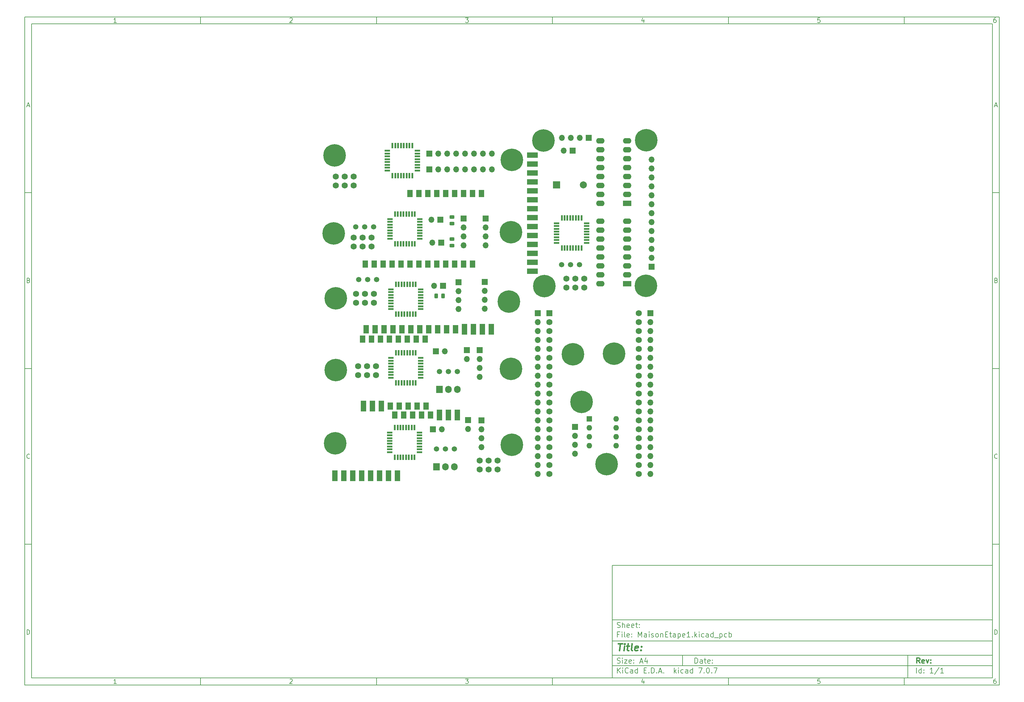
<source format=gts>
%TF.GenerationSoftware,KiCad,Pcbnew,7.0.7*%
%TF.CreationDate,2023-11-05T18:49:29-05:00*%
%TF.ProjectId,MaisonEtape1,4d616973-6f6e-4457-9461-7065312e6b69,rev?*%
%TF.SameCoordinates,Original*%
%TF.FileFunction,Soldermask,Top*%
%TF.FilePolarity,Negative*%
%FSLAX46Y46*%
G04 Gerber Fmt 4.6, Leading zero omitted, Abs format (unit mm)*
G04 Created by KiCad (PCBNEW 7.0.7) date 2023-11-05 18:49:29*
%MOMM*%
%LPD*%
G01*
G04 APERTURE LIST*
G04 Aperture macros list*
%AMRoundRect*
0 Rectangle with rounded corners*
0 $1 Rounding radius*
0 $2 $3 $4 $5 $6 $7 $8 $9 X,Y pos of 4 corners*
0 Add a 4 corners polygon primitive as box body*
4,1,4,$2,$3,$4,$5,$6,$7,$8,$9,$2,$3,0*
0 Add four circle primitives for the rounded corners*
1,1,$1+$1,$2,$3*
1,1,$1+$1,$4,$5*
1,1,$1+$1,$6,$7*
1,1,$1+$1,$8,$9*
0 Add four rect primitives between the rounded corners*
20,1,$1+$1,$2,$3,$4,$5,0*
20,1,$1+$1,$4,$5,$6,$7,0*
20,1,$1+$1,$6,$7,$8,$9,0*
20,1,$1+$1,$8,$9,$2,$3,0*%
%AMFreePoly0*
4,1,5,0.762000,-1.524000,-0.762000,-1.524000,-0.762000,1.524000,0.762000,1.524000,0.762000,-1.524000,0.762000,-1.524000,$1*%
%AMFreePoly1*
4,1,5,0.762000,-1.200000,-0.762000,-1.200000,-0.762000,1.200000,0.762000,1.200000,0.762000,-1.200000,0.762000,-1.200000,$1*%
%AMFreePoly2*
4,1,5,0.762000,-1.050000,-0.762000,-1.050000,-0.762000,1.050000,0.762000,1.050000,0.762000,-1.050000,0.762000,-1.050000,$1*%
%AMFreePoly3*
4,1,5,0.762000,-1.000000,-0.762000,-1.000000,-0.762000,1.000000,0.762000,1.000000,0.762000,-1.000000,0.762000,-1.000000,$1*%
G04 Aperture macros list end*
%ADD10C,0.100000*%
%ADD11C,0.150000*%
%ADD12C,0.300000*%
%ADD13C,0.400000*%
%ADD14C,6.400000*%
%ADD15RoundRect,0.243750X-0.456250X0.243750X-0.456250X-0.243750X0.456250X-0.243750X0.456250X0.243750X0*%
%ADD16FreePoly0,180.000000*%
%ADD17FreePoly1,180.000000*%
%ADD18R,1.700000X1.700000*%
%ADD19O,1.700000X1.700000*%
%ADD20C,1.750000*%
%ADD21C,0.800000*%
%ADD22FreePoly0,0.000000*%
%ADD23FreePoly2,0.000000*%
%ADD24R,2.000000X2.000000*%
%ADD25C,2.000000*%
%ADD26R,2.400000X1.600000*%
%ADD27O,2.400000X1.600000*%
%ADD28RoundRect,0.102000X-0.765000X-0.765000X0.765000X-0.765000X0.765000X0.765000X-0.765000X0.765000X0*%
%ADD29C,1.734000*%
%ADD30R,0.550000X1.600000*%
%ADD31R,1.600000X0.550000*%
%ADD32FreePoly3,0.000000*%
%ADD33C,1.500000*%
%ADD34R,1.905000X2.000000*%
%ADD35O,1.905000X2.000000*%
%ADD36FreePoly0,270.000000*%
%ADD37O,1.600000X1.600000*%
%ADD38R,1.600000X1.600000*%
%ADD39RoundRect,0.243750X-0.243750X-0.456250X0.243750X-0.456250X0.243750X0.456250X-0.243750X0.456250X0*%
G04 APERTURE END LIST*
D10*
D11*
X177002200Y-166007200D02*
X285002200Y-166007200D01*
X285002200Y-198007200D01*
X177002200Y-198007200D01*
X177002200Y-166007200D01*
D10*
D11*
X10000000Y-10000000D02*
X287002200Y-10000000D01*
X287002200Y-200007200D01*
X10000000Y-200007200D01*
X10000000Y-10000000D01*
D10*
D11*
X12000000Y-12000000D02*
X285002200Y-12000000D01*
X285002200Y-198007200D01*
X12000000Y-198007200D01*
X12000000Y-12000000D01*
D10*
D11*
X60000000Y-12000000D02*
X60000000Y-10000000D01*
D10*
D11*
X110000000Y-12000000D02*
X110000000Y-10000000D01*
D10*
D11*
X160000000Y-12000000D02*
X160000000Y-10000000D01*
D10*
D11*
X210000000Y-12000000D02*
X210000000Y-10000000D01*
D10*
D11*
X260000000Y-12000000D02*
X260000000Y-10000000D01*
D10*
D11*
X36089160Y-11593604D02*
X35346303Y-11593604D01*
X35717731Y-11593604D02*
X35717731Y-10293604D01*
X35717731Y-10293604D02*
X35593922Y-10479319D01*
X35593922Y-10479319D02*
X35470112Y-10603128D01*
X35470112Y-10603128D02*
X35346303Y-10665033D01*
D10*
D11*
X85346303Y-10417414D02*
X85408207Y-10355509D01*
X85408207Y-10355509D02*
X85532017Y-10293604D01*
X85532017Y-10293604D02*
X85841541Y-10293604D01*
X85841541Y-10293604D02*
X85965350Y-10355509D01*
X85965350Y-10355509D02*
X86027255Y-10417414D01*
X86027255Y-10417414D02*
X86089160Y-10541223D01*
X86089160Y-10541223D02*
X86089160Y-10665033D01*
X86089160Y-10665033D02*
X86027255Y-10850747D01*
X86027255Y-10850747D02*
X85284398Y-11593604D01*
X85284398Y-11593604D02*
X86089160Y-11593604D01*
D10*
D11*
X135284398Y-10293604D02*
X136089160Y-10293604D01*
X136089160Y-10293604D02*
X135655826Y-10788842D01*
X135655826Y-10788842D02*
X135841541Y-10788842D01*
X135841541Y-10788842D02*
X135965350Y-10850747D01*
X135965350Y-10850747D02*
X136027255Y-10912652D01*
X136027255Y-10912652D02*
X136089160Y-11036461D01*
X136089160Y-11036461D02*
X136089160Y-11345985D01*
X136089160Y-11345985D02*
X136027255Y-11469795D01*
X136027255Y-11469795D02*
X135965350Y-11531700D01*
X135965350Y-11531700D02*
X135841541Y-11593604D01*
X135841541Y-11593604D02*
X135470112Y-11593604D01*
X135470112Y-11593604D02*
X135346303Y-11531700D01*
X135346303Y-11531700D02*
X135284398Y-11469795D01*
D10*
D11*
X185965350Y-10726938D02*
X185965350Y-11593604D01*
X185655826Y-10231700D02*
X185346303Y-11160271D01*
X185346303Y-11160271D02*
X186151064Y-11160271D01*
D10*
D11*
X236027255Y-10293604D02*
X235408207Y-10293604D01*
X235408207Y-10293604D02*
X235346303Y-10912652D01*
X235346303Y-10912652D02*
X235408207Y-10850747D01*
X235408207Y-10850747D02*
X235532017Y-10788842D01*
X235532017Y-10788842D02*
X235841541Y-10788842D01*
X235841541Y-10788842D02*
X235965350Y-10850747D01*
X235965350Y-10850747D02*
X236027255Y-10912652D01*
X236027255Y-10912652D02*
X236089160Y-11036461D01*
X236089160Y-11036461D02*
X236089160Y-11345985D01*
X236089160Y-11345985D02*
X236027255Y-11469795D01*
X236027255Y-11469795D02*
X235965350Y-11531700D01*
X235965350Y-11531700D02*
X235841541Y-11593604D01*
X235841541Y-11593604D02*
X235532017Y-11593604D01*
X235532017Y-11593604D02*
X235408207Y-11531700D01*
X235408207Y-11531700D02*
X235346303Y-11469795D01*
D10*
D11*
X285965350Y-10293604D02*
X285717731Y-10293604D01*
X285717731Y-10293604D02*
X285593922Y-10355509D01*
X285593922Y-10355509D02*
X285532017Y-10417414D01*
X285532017Y-10417414D02*
X285408207Y-10603128D01*
X285408207Y-10603128D02*
X285346303Y-10850747D01*
X285346303Y-10850747D02*
X285346303Y-11345985D01*
X285346303Y-11345985D02*
X285408207Y-11469795D01*
X285408207Y-11469795D02*
X285470112Y-11531700D01*
X285470112Y-11531700D02*
X285593922Y-11593604D01*
X285593922Y-11593604D02*
X285841541Y-11593604D01*
X285841541Y-11593604D02*
X285965350Y-11531700D01*
X285965350Y-11531700D02*
X286027255Y-11469795D01*
X286027255Y-11469795D02*
X286089160Y-11345985D01*
X286089160Y-11345985D02*
X286089160Y-11036461D01*
X286089160Y-11036461D02*
X286027255Y-10912652D01*
X286027255Y-10912652D02*
X285965350Y-10850747D01*
X285965350Y-10850747D02*
X285841541Y-10788842D01*
X285841541Y-10788842D02*
X285593922Y-10788842D01*
X285593922Y-10788842D02*
X285470112Y-10850747D01*
X285470112Y-10850747D02*
X285408207Y-10912652D01*
X285408207Y-10912652D02*
X285346303Y-11036461D01*
D10*
D11*
X60000000Y-198007200D02*
X60000000Y-200007200D01*
D10*
D11*
X110000000Y-198007200D02*
X110000000Y-200007200D01*
D10*
D11*
X160000000Y-198007200D02*
X160000000Y-200007200D01*
D10*
D11*
X210000000Y-198007200D02*
X210000000Y-200007200D01*
D10*
D11*
X260000000Y-198007200D02*
X260000000Y-200007200D01*
D10*
D11*
X36089160Y-199600804D02*
X35346303Y-199600804D01*
X35717731Y-199600804D02*
X35717731Y-198300804D01*
X35717731Y-198300804D02*
X35593922Y-198486519D01*
X35593922Y-198486519D02*
X35470112Y-198610328D01*
X35470112Y-198610328D02*
X35346303Y-198672233D01*
D10*
D11*
X85346303Y-198424614D02*
X85408207Y-198362709D01*
X85408207Y-198362709D02*
X85532017Y-198300804D01*
X85532017Y-198300804D02*
X85841541Y-198300804D01*
X85841541Y-198300804D02*
X85965350Y-198362709D01*
X85965350Y-198362709D02*
X86027255Y-198424614D01*
X86027255Y-198424614D02*
X86089160Y-198548423D01*
X86089160Y-198548423D02*
X86089160Y-198672233D01*
X86089160Y-198672233D02*
X86027255Y-198857947D01*
X86027255Y-198857947D02*
X85284398Y-199600804D01*
X85284398Y-199600804D02*
X86089160Y-199600804D01*
D10*
D11*
X135284398Y-198300804D02*
X136089160Y-198300804D01*
X136089160Y-198300804D02*
X135655826Y-198796042D01*
X135655826Y-198796042D02*
X135841541Y-198796042D01*
X135841541Y-198796042D02*
X135965350Y-198857947D01*
X135965350Y-198857947D02*
X136027255Y-198919852D01*
X136027255Y-198919852D02*
X136089160Y-199043661D01*
X136089160Y-199043661D02*
X136089160Y-199353185D01*
X136089160Y-199353185D02*
X136027255Y-199476995D01*
X136027255Y-199476995D02*
X135965350Y-199538900D01*
X135965350Y-199538900D02*
X135841541Y-199600804D01*
X135841541Y-199600804D02*
X135470112Y-199600804D01*
X135470112Y-199600804D02*
X135346303Y-199538900D01*
X135346303Y-199538900D02*
X135284398Y-199476995D01*
D10*
D11*
X185965350Y-198734138D02*
X185965350Y-199600804D01*
X185655826Y-198238900D02*
X185346303Y-199167471D01*
X185346303Y-199167471D02*
X186151064Y-199167471D01*
D10*
D11*
X236027255Y-198300804D02*
X235408207Y-198300804D01*
X235408207Y-198300804D02*
X235346303Y-198919852D01*
X235346303Y-198919852D02*
X235408207Y-198857947D01*
X235408207Y-198857947D02*
X235532017Y-198796042D01*
X235532017Y-198796042D02*
X235841541Y-198796042D01*
X235841541Y-198796042D02*
X235965350Y-198857947D01*
X235965350Y-198857947D02*
X236027255Y-198919852D01*
X236027255Y-198919852D02*
X236089160Y-199043661D01*
X236089160Y-199043661D02*
X236089160Y-199353185D01*
X236089160Y-199353185D02*
X236027255Y-199476995D01*
X236027255Y-199476995D02*
X235965350Y-199538900D01*
X235965350Y-199538900D02*
X235841541Y-199600804D01*
X235841541Y-199600804D02*
X235532017Y-199600804D01*
X235532017Y-199600804D02*
X235408207Y-199538900D01*
X235408207Y-199538900D02*
X235346303Y-199476995D01*
D10*
D11*
X285965350Y-198300804D02*
X285717731Y-198300804D01*
X285717731Y-198300804D02*
X285593922Y-198362709D01*
X285593922Y-198362709D02*
X285532017Y-198424614D01*
X285532017Y-198424614D02*
X285408207Y-198610328D01*
X285408207Y-198610328D02*
X285346303Y-198857947D01*
X285346303Y-198857947D02*
X285346303Y-199353185D01*
X285346303Y-199353185D02*
X285408207Y-199476995D01*
X285408207Y-199476995D02*
X285470112Y-199538900D01*
X285470112Y-199538900D02*
X285593922Y-199600804D01*
X285593922Y-199600804D02*
X285841541Y-199600804D01*
X285841541Y-199600804D02*
X285965350Y-199538900D01*
X285965350Y-199538900D02*
X286027255Y-199476995D01*
X286027255Y-199476995D02*
X286089160Y-199353185D01*
X286089160Y-199353185D02*
X286089160Y-199043661D01*
X286089160Y-199043661D02*
X286027255Y-198919852D01*
X286027255Y-198919852D02*
X285965350Y-198857947D01*
X285965350Y-198857947D02*
X285841541Y-198796042D01*
X285841541Y-198796042D02*
X285593922Y-198796042D01*
X285593922Y-198796042D02*
X285470112Y-198857947D01*
X285470112Y-198857947D02*
X285408207Y-198919852D01*
X285408207Y-198919852D02*
X285346303Y-199043661D01*
D10*
D11*
X10000000Y-60000000D02*
X12000000Y-60000000D01*
D10*
D11*
X10000000Y-110000000D02*
X12000000Y-110000000D01*
D10*
D11*
X10000000Y-160000000D02*
X12000000Y-160000000D01*
D10*
D11*
X10690476Y-35222176D02*
X11309523Y-35222176D01*
X10566666Y-35593604D02*
X10999999Y-34293604D01*
X10999999Y-34293604D02*
X11433333Y-35593604D01*
D10*
D11*
X11092857Y-84912652D02*
X11278571Y-84974557D01*
X11278571Y-84974557D02*
X11340476Y-85036461D01*
X11340476Y-85036461D02*
X11402380Y-85160271D01*
X11402380Y-85160271D02*
X11402380Y-85345985D01*
X11402380Y-85345985D02*
X11340476Y-85469795D01*
X11340476Y-85469795D02*
X11278571Y-85531700D01*
X11278571Y-85531700D02*
X11154761Y-85593604D01*
X11154761Y-85593604D02*
X10659523Y-85593604D01*
X10659523Y-85593604D02*
X10659523Y-84293604D01*
X10659523Y-84293604D02*
X11092857Y-84293604D01*
X11092857Y-84293604D02*
X11216666Y-84355509D01*
X11216666Y-84355509D02*
X11278571Y-84417414D01*
X11278571Y-84417414D02*
X11340476Y-84541223D01*
X11340476Y-84541223D02*
X11340476Y-84665033D01*
X11340476Y-84665033D02*
X11278571Y-84788842D01*
X11278571Y-84788842D02*
X11216666Y-84850747D01*
X11216666Y-84850747D02*
X11092857Y-84912652D01*
X11092857Y-84912652D02*
X10659523Y-84912652D01*
D10*
D11*
X11402380Y-135469795D02*
X11340476Y-135531700D01*
X11340476Y-135531700D02*
X11154761Y-135593604D01*
X11154761Y-135593604D02*
X11030952Y-135593604D01*
X11030952Y-135593604D02*
X10845238Y-135531700D01*
X10845238Y-135531700D02*
X10721428Y-135407890D01*
X10721428Y-135407890D02*
X10659523Y-135284080D01*
X10659523Y-135284080D02*
X10597619Y-135036461D01*
X10597619Y-135036461D02*
X10597619Y-134850747D01*
X10597619Y-134850747D02*
X10659523Y-134603128D01*
X10659523Y-134603128D02*
X10721428Y-134479319D01*
X10721428Y-134479319D02*
X10845238Y-134355509D01*
X10845238Y-134355509D02*
X11030952Y-134293604D01*
X11030952Y-134293604D02*
X11154761Y-134293604D01*
X11154761Y-134293604D02*
X11340476Y-134355509D01*
X11340476Y-134355509D02*
X11402380Y-134417414D01*
D10*
D11*
X10659523Y-185593604D02*
X10659523Y-184293604D01*
X10659523Y-184293604D02*
X10969047Y-184293604D01*
X10969047Y-184293604D02*
X11154761Y-184355509D01*
X11154761Y-184355509D02*
X11278571Y-184479319D01*
X11278571Y-184479319D02*
X11340476Y-184603128D01*
X11340476Y-184603128D02*
X11402380Y-184850747D01*
X11402380Y-184850747D02*
X11402380Y-185036461D01*
X11402380Y-185036461D02*
X11340476Y-185284080D01*
X11340476Y-185284080D02*
X11278571Y-185407890D01*
X11278571Y-185407890D02*
X11154761Y-185531700D01*
X11154761Y-185531700D02*
X10969047Y-185593604D01*
X10969047Y-185593604D02*
X10659523Y-185593604D01*
D10*
D11*
X287002200Y-60000000D02*
X285002200Y-60000000D01*
D10*
D11*
X287002200Y-110000000D02*
X285002200Y-110000000D01*
D10*
D11*
X287002200Y-160000000D02*
X285002200Y-160000000D01*
D10*
D11*
X285692676Y-35222176D02*
X286311723Y-35222176D01*
X285568866Y-35593604D02*
X286002199Y-34293604D01*
X286002199Y-34293604D02*
X286435533Y-35593604D01*
D10*
D11*
X286095057Y-84912652D02*
X286280771Y-84974557D01*
X286280771Y-84974557D02*
X286342676Y-85036461D01*
X286342676Y-85036461D02*
X286404580Y-85160271D01*
X286404580Y-85160271D02*
X286404580Y-85345985D01*
X286404580Y-85345985D02*
X286342676Y-85469795D01*
X286342676Y-85469795D02*
X286280771Y-85531700D01*
X286280771Y-85531700D02*
X286156961Y-85593604D01*
X286156961Y-85593604D02*
X285661723Y-85593604D01*
X285661723Y-85593604D02*
X285661723Y-84293604D01*
X285661723Y-84293604D02*
X286095057Y-84293604D01*
X286095057Y-84293604D02*
X286218866Y-84355509D01*
X286218866Y-84355509D02*
X286280771Y-84417414D01*
X286280771Y-84417414D02*
X286342676Y-84541223D01*
X286342676Y-84541223D02*
X286342676Y-84665033D01*
X286342676Y-84665033D02*
X286280771Y-84788842D01*
X286280771Y-84788842D02*
X286218866Y-84850747D01*
X286218866Y-84850747D02*
X286095057Y-84912652D01*
X286095057Y-84912652D02*
X285661723Y-84912652D01*
D10*
D11*
X286404580Y-135469795D02*
X286342676Y-135531700D01*
X286342676Y-135531700D02*
X286156961Y-135593604D01*
X286156961Y-135593604D02*
X286033152Y-135593604D01*
X286033152Y-135593604D02*
X285847438Y-135531700D01*
X285847438Y-135531700D02*
X285723628Y-135407890D01*
X285723628Y-135407890D02*
X285661723Y-135284080D01*
X285661723Y-135284080D02*
X285599819Y-135036461D01*
X285599819Y-135036461D02*
X285599819Y-134850747D01*
X285599819Y-134850747D02*
X285661723Y-134603128D01*
X285661723Y-134603128D02*
X285723628Y-134479319D01*
X285723628Y-134479319D02*
X285847438Y-134355509D01*
X285847438Y-134355509D02*
X286033152Y-134293604D01*
X286033152Y-134293604D02*
X286156961Y-134293604D01*
X286156961Y-134293604D02*
X286342676Y-134355509D01*
X286342676Y-134355509D02*
X286404580Y-134417414D01*
D10*
D11*
X285661723Y-185593604D02*
X285661723Y-184293604D01*
X285661723Y-184293604D02*
X285971247Y-184293604D01*
X285971247Y-184293604D02*
X286156961Y-184355509D01*
X286156961Y-184355509D02*
X286280771Y-184479319D01*
X286280771Y-184479319D02*
X286342676Y-184603128D01*
X286342676Y-184603128D02*
X286404580Y-184850747D01*
X286404580Y-184850747D02*
X286404580Y-185036461D01*
X286404580Y-185036461D02*
X286342676Y-185284080D01*
X286342676Y-185284080D02*
X286280771Y-185407890D01*
X286280771Y-185407890D02*
X286156961Y-185531700D01*
X286156961Y-185531700D02*
X285971247Y-185593604D01*
X285971247Y-185593604D02*
X285661723Y-185593604D01*
D10*
D11*
X200458026Y-193793328D02*
X200458026Y-192293328D01*
X200458026Y-192293328D02*
X200815169Y-192293328D01*
X200815169Y-192293328D02*
X201029455Y-192364757D01*
X201029455Y-192364757D02*
X201172312Y-192507614D01*
X201172312Y-192507614D02*
X201243741Y-192650471D01*
X201243741Y-192650471D02*
X201315169Y-192936185D01*
X201315169Y-192936185D02*
X201315169Y-193150471D01*
X201315169Y-193150471D02*
X201243741Y-193436185D01*
X201243741Y-193436185D02*
X201172312Y-193579042D01*
X201172312Y-193579042D02*
X201029455Y-193721900D01*
X201029455Y-193721900D02*
X200815169Y-193793328D01*
X200815169Y-193793328D02*
X200458026Y-193793328D01*
X202600884Y-193793328D02*
X202600884Y-193007614D01*
X202600884Y-193007614D02*
X202529455Y-192864757D01*
X202529455Y-192864757D02*
X202386598Y-192793328D01*
X202386598Y-192793328D02*
X202100884Y-192793328D01*
X202100884Y-192793328D02*
X201958026Y-192864757D01*
X202600884Y-193721900D02*
X202458026Y-193793328D01*
X202458026Y-193793328D02*
X202100884Y-193793328D01*
X202100884Y-193793328D02*
X201958026Y-193721900D01*
X201958026Y-193721900D02*
X201886598Y-193579042D01*
X201886598Y-193579042D02*
X201886598Y-193436185D01*
X201886598Y-193436185D02*
X201958026Y-193293328D01*
X201958026Y-193293328D02*
X202100884Y-193221900D01*
X202100884Y-193221900D02*
X202458026Y-193221900D01*
X202458026Y-193221900D02*
X202600884Y-193150471D01*
X203100884Y-192793328D02*
X203672312Y-192793328D01*
X203315169Y-192293328D02*
X203315169Y-193579042D01*
X203315169Y-193579042D02*
X203386598Y-193721900D01*
X203386598Y-193721900D02*
X203529455Y-193793328D01*
X203529455Y-193793328D02*
X203672312Y-193793328D01*
X204743741Y-193721900D02*
X204600884Y-193793328D01*
X204600884Y-193793328D02*
X204315170Y-193793328D01*
X204315170Y-193793328D02*
X204172312Y-193721900D01*
X204172312Y-193721900D02*
X204100884Y-193579042D01*
X204100884Y-193579042D02*
X204100884Y-193007614D01*
X204100884Y-193007614D02*
X204172312Y-192864757D01*
X204172312Y-192864757D02*
X204315170Y-192793328D01*
X204315170Y-192793328D02*
X204600884Y-192793328D01*
X204600884Y-192793328D02*
X204743741Y-192864757D01*
X204743741Y-192864757D02*
X204815170Y-193007614D01*
X204815170Y-193007614D02*
X204815170Y-193150471D01*
X204815170Y-193150471D02*
X204100884Y-193293328D01*
X205458026Y-193650471D02*
X205529455Y-193721900D01*
X205529455Y-193721900D02*
X205458026Y-193793328D01*
X205458026Y-193793328D02*
X205386598Y-193721900D01*
X205386598Y-193721900D02*
X205458026Y-193650471D01*
X205458026Y-193650471D02*
X205458026Y-193793328D01*
X205458026Y-192864757D02*
X205529455Y-192936185D01*
X205529455Y-192936185D02*
X205458026Y-193007614D01*
X205458026Y-193007614D02*
X205386598Y-192936185D01*
X205386598Y-192936185D02*
X205458026Y-192864757D01*
X205458026Y-192864757D02*
X205458026Y-193007614D01*
D10*
D11*
X177002200Y-194507200D02*
X285002200Y-194507200D01*
D10*
D11*
X178458026Y-196593328D02*
X178458026Y-195093328D01*
X179315169Y-196593328D02*
X178672312Y-195736185D01*
X179315169Y-195093328D02*
X178458026Y-195950471D01*
X179958026Y-196593328D02*
X179958026Y-195593328D01*
X179958026Y-195093328D02*
X179886598Y-195164757D01*
X179886598Y-195164757D02*
X179958026Y-195236185D01*
X179958026Y-195236185D02*
X180029455Y-195164757D01*
X180029455Y-195164757D02*
X179958026Y-195093328D01*
X179958026Y-195093328D02*
X179958026Y-195236185D01*
X181529455Y-196450471D02*
X181458027Y-196521900D01*
X181458027Y-196521900D02*
X181243741Y-196593328D01*
X181243741Y-196593328D02*
X181100884Y-196593328D01*
X181100884Y-196593328D02*
X180886598Y-196521900D01*
X180886598Y-196521900D02*
X180743741Y-196379042D01*
X180743741Y-196379042D02*
X180672312Y-196236185D01*
X180672312Y-196236185D02*
X180600884Y-195950471D01*
X180600884Y-195950471D02*
X180600884Y-195736185D01*
X180600884Y-195736185D02*
X180672312Y-195450471D01*
X180672312Y-195450471D02*
X180743741Y-195307614D01*
X180743741Y-195307614D02*
X180886598Y-195164757D01*
X180886598Y-195164757D02*
X181100884Y-195093328D01*
X181100884Y-195093328D02*
X181243741Y-195093328D01*
X181243741Y-195093328D02*
X181458027Y-195164757D01*
X181458027Y-195164757D02*
X181529455Y-195236185D01*
X182815170Y-196593328D02*
X182815170Y-195807614D01*
X182815170Y-195807614D02*
X182743741Y-195664757D01*
X182743741Y-195664757D02*
X182600884Y-195593328D01*
X182600884Y-195593328D02*
X182315170Y-195593328D01*
X182315170Y-195593328D02*
X182172312Y-195664757D01*
X182815170Y-196521900D02*
X182672312Y-196593328D01*
X182672312Y-196593328D02*
X182315170Y-196593328D01*
X182315170Y-196593328D02*
X182172312Y-196521900D01*
X182172312Y-196521900D02*
X182100884Y-196379042D01*
X182100884Y-196379042D02*
X182100884Y-196236185D01*
X182100884Y-196236185D02*
X182172312Y-196093328D01*
X182172312Y-196093328D02*
X182315170Y-196021900D01*
X182315170Y-196021900D02*
X182672312Y-196021900D01*
X182672312Y-196021900D02*
X182815170Y-195950471D01*
X184172313Y-196593328D02*
X184172313Y-195093328D01*
X184172313Y-196521900D02*
X184029455Y-196593328D01*
X184029455Y-196593328D02*
X183743741Y-196593328D01*
X183743741Y-196593328D02*
X183600884Y-196521900D01*
X183600884Y-196521900D02*
X183529455Y-196450471D01*
X183529455Y-196450471D02*
X183458027Y-196307614D01*
X183458027Y-196307614D02*
X183458027Y-195879042D01*
X183458027Y-195879042D02*
X183529455Y-195736185D01*
X183529455Y-195736185D02*
X183600884Y-195664757D01*
X183600884Y-195664757D02*
X183743741Y-195593328D01*
X183743741Y-195593328D02*
X184029455Y-195593328D01*
X184029455Y-195593328D02*
X184172313Y-195664757D01*
X186029455Y-195807614D02*
X186529455Y-195807614D01*
X186743741Y-196593328D02*
X186029455Y-196593328D01*
X186029455Y-196593328D02*
X186029455Y-195093328D01*
X186029455Y-195093328D02*
X186743741Y-195093328D01*
X187386598Y-196450471D02*
X187458027Y-196521900D01*
X187458027Y-196521900D02*
X187386598Y-196593328D01*
X187386598Y-196593328D02*
X187315170Y-196521900D01*
X187315170Y-196521900D02*
X187386598Y-196450471D01*
X187386598Y-196450471D02*
X187386598Y-196593328D01*
X188100884Y-196593328D02*
X188100884Y-195093328D01*
X188100884Y-195093328D02*
X188458027Y-195093328D01*
X188458027Y-195093328D02*
X188672313Y-195164757D01*
X188672313Y-195164757D02*
X188815170Y-195307614D01*
X188815170Y-195307614D02*
X188886599Y-195450471D01*
X188886599Y-195450471D02*
X188958027Y-195736185D01*
X188958027Y-195736185D02*
X188958027Y-195950471D01*
X188958027Y-195950471D02*
X188886599Y-196236185D01*
X188886599Y-196236185D02*
X188815170Y-196379042D01*
X188815170Y-196379042D02*
X188672313Y-196521900D01*
X188672313Y-196521900D02*
X188458027Y-196593328D01*
X188458027Y-196593328D02*
X188100884Y-196593328D01*
X189600884Y-196450471D02*
X189672313Y-196521900D01*
X189672313Y-196521900D02*
X189600884Y-196593328D01*
X189600884Y-196593328D02*
X189529456Y-196521900D01*
X189529456Y-196521900D02*
X189600884Y-196450471D01*
X189600884Y-196450471D02*
X189600884Y-196593328D01*
X190243742Y-196164757D02*
X190958028Y-196164757D01*
X190100885Y-196593328D02*
X190600885Y-195093328D01*
X190600885Y-195093328D02*
X191100885Y-196593328D01*
X191600884Y-196450471D02*
X191672313Y-196521900D01*
X191672313Y-196521900D02*
X191600884Y-196593328D01*
X191600884Y-196593328D02*
X191529456Y-196521900D01*
X191529456Y-196521900D02*
X191600884Y-196450471D01*
X191600884Y-196450471D02*
X191600884Y-196593328D01*
X194600884Y-196593328D02*
X194600884Y-195093328D01*
X194743742Y-196021900D02*
X195172313Y-196593328D01*
X195172313Y-195593328D02*
X194600884Y-196164757D01*
X195815170Y-196593328D02*
X195815170Y-195593328D01*
X195815170Y-195093328D02*
X195743742Y-195164757D01*
X195743742Y-195164757D02*
X195815170Y-195236185D01*
X195815170Y-195236185D02*
X195886599Y-195164757D01*
X195886599Y-195164757D02*
X195815170Y-195093328D01*
X195815170Y-195093328D02*
X195815170Y-195236185D01*
X197172314Y-196521900D02*
X197029456Y-196593328D01*
X197029456Y-196593328D02*
X196743742Y-196593328D01*
X196743742Y-196593328D02*
X196600885Y-196521900D01*
X196600885Y-196521900D02*
X196529456Y-196450471D01*
X196529456Y-196450471D02*
X196458028Y-196307614D01*
X196458028Y-196307614D02*
X196458028Y-195879042D01*
X196458028Y-195879042D02*
X196529456Y-195736185D01*
X196529456Y-195736185D02*
X196600885Y-195664757D01*
X196600885Y-195664757D02*
X196743742Y-195593328D01*
X196743742Y-195593328D02*
X197029456Y-195593328D01*
X197029456Y-195593328D02*
X197172314Y-195664757D01*
X198458028Y-196593328D02*
X198458028Y-195807614D01*
X198458028Y-195807614D02*
X198386599Y-195664757D01*
X198386599Y-195664757D02*
X198243742Y-195593328D01*
X198243742Y-195593328D02*
X197958028Y-195593328D01*
X197958028Y-195593328D02*
X197815170Y-195664757D01*
X198458028Y-196521900D02*
X198315170Y-196593328D01*
X198315170Y-196593328D02*
X197958028Y-196593328D01*
X197958028Y-196593328D02*
X197815170Y-196521900D01*
X197815170Y-196521900D02*
X197743742Y-196379042D01*
X197743742Y-196379042D02*
X197743742Y-196236185D01*
X197743742Y-196236185D02*
X197815170Y-196093328D01*
X197815170Y-196093328D02*
X197958028Y-196021900D01*
X197958028Y-196021900D02*
X198315170Y-196021900D01*
X198315170Y-196021900D02*
X198458028Y-195950471D01*
X199815171Y-196593328D02*
X199815171Y-195093328D01*
X199815171Y-196521900D02*
X199672313Y-196593328D01*
X199672313Y-196593328D02*
X199386599Y-196593328D01*
X199386599Y-196593328D02*
X199243742Y-196521900D01*
X199243742Y-196521900D02*
X199172313Y-196450471D01*
X199172313Y-196450471D02*
X199100885Y-196307614D01*
X199100885Y-196307614D02*
X199100885Y-195879042D01*
X199100885Y-195879042D02*
X199172313Y-195736185D01*
X199172313Y-195736185D02*
X199243742Y-195664757D01*
X199243742Y-195664757D02*
X199386599Y-195593328D01*
X199386599Y-195593328D02*
X199672313Y-195593328D01*
X199672313Y-195593328D02*
X199815171Y-195664757D01*
X201529456Y-195093328D02*
X202529456Y-195093328D01*
X202529456Y-195093328D02*
X201886599Y-196593328D01*
X203100884Y-196450471D02*
X203172313Y-196521900D01*
X203172313Y-196521900D02*
X203100884Y-196593328D01*
X203100884Y-196593328D02*
X203029456Y-196521900D01*
X203029456Y-196521900D02*
X203100884Y-196450471D01*
X203100884Y-196450471D02*
X203100884Y-196593328D01*
X204100885Y-195093328D02*
X204243742Y-195093328D01*
X204243742Y-195093328D02*
X204386599Y-195164757D01*
X204386599Y-195164757D02*
X204458028Y-195236185D01*
X204458028Y-195236185D02*
X204529456Y-195379042D01*
X204529456Y-195379042D02*
X204600885Y-195664757D01*
X204600885Y-195664757D02*
X204600885Y-196021900D01*
X204600885Y-196021900D02*
X204529456Y-196307614D01*
X204529456Y-196307614D02*
X204458028Y-196450471D01*
X204458028Y-196450471D02*
X204386599Y-196521900D01*
X204386599Y-196521900D02*
X204243742Y-196593328D01*
X204243742Y-196593328D02*
X204100885Y-196593328D01*
X204100885Y-196593328D02*
X203958028Y-196521900D01*
X203958028Y-196521900D02*
X203886599Y-196450471D01*
X203886599Y-196450471D02*
X203815170Y-196307614D01*
X203815170Y-196307614D02*
X203743742Y-196021900D01*
X203743742Y-196021900D02*
X203743742Y-195664757D01*
X203743742Y-195664757D02*
X203815170Y-195379042D01*
X203815170Y-195379042D02*
X203886599Y-195236185D01*
X203886599Y-195236185D02*
X203958028Y-195164757D01*
X203958028Y-195164757D02*
X204100885Y-195093328D01*
X205243741Y-196450471D02*
X205315170Y-196521900D01*
X205315170Y-196521900D02*
X205243741Y-196593328D01*
X205243741Y-196593328D02*
X205172313Y-196521900D01*
X205172313Y-196521900D02*
X205243741Y-196450471D01*
X205243741Y-196450471D02*
X205243741Y-196593328D01*
X205815170Y-195093328D02*
X206815170Y-195093328D01*
X206815170Y-195093328D02*
X206172313Y-196593328D01*
D10*
D11*
X177002200Y-191507200D02*
X285002200Y-191507200D01*
D10*
D12*
X264413853Y-193785528D02*
X263913853Y-193071242D01*
X263556710Y-193785528D02*
X263556710Y-192285528D01*
X263556710Y-192285528D02*
X264128139Y-192285528D01*
X264128139Y-192285528D02*
X264270996Y-192356957D01*
X264270996Y-192356957D02*
X264342425Y-192428385D01*
X264342425Y-192428385D02*
X264413853Y-192571242D01*
X264413853Y-192571242D02*
X264413853Y-192785528D01*
X264413853Y-192785528D02*
X264342425Y-192928385D01*
X264342425Y-192928385D02*
X264270996Y-192999814D01*
X264270996Y-192999814D02*
X264128139Y-193071242D01*
X264128139Y-193071242D02*
X263556710Y-193071242D01*
X265628139Y-193714100D02*
X265485282Y-193785528D01*
X265485282Y-193785528D02*
X265199568Y-193785528D01*
X265199568Y-193785528D02*
X265056710Y-193714100D01*
X265056710Y-193714100D02*
X264985282Y-193571242D01*
X264985282Y-193571242D02*
X264985282Y-192999814D01*
X264985282Y-192999814D02*
X265056710Y-192856957D01*
X265056710Y-192856957D02*
X265199568Y-192785528D01*
X265199568Y-192785528D02*
X265485282Y-192785528D01*
X265485282Y-192785528D02*
X265628139Y-192856957D01*
X265628139Y-192856957D02*
X265699568Y-192999814D01*
X265699568Y-192999814D02*
X265699568Y-193142671D01*
X265699568Y-193142671D02*
X264985282Y-193285528D01*
X266199567Y-192785528D02*
X266556710Y-193785528D01*
X266556710Y-193785528D02*
X266913853Y-192785528D01*
X267485281Y-193642671D02*
X267556710Y-193714100D01*
X267556710Y-193714100D02*
X267485281Y-193785528D01*
X267485281Y-193785528D02*
X267413853Y-193714100D01*
X267413853Y-193714100D02*
X267485281Y-193642671D01*
X267485281Y-193642671D02*
X267485281Y-193785528D01*
X267485281Y-192856957D02*
X267556710Y-192928385D01*
X267556710Y-192928385D02*
X267485281Y-192999814D01*
X267485281Y-192999814D02*
X267413853Y-192928385D01*
X267413853Y-192928385D02*
X267485281Y-192856957D01*
X267485281Y-192856957D02*
X267485281Y-192999814D01*
D10*
D11*
X178386598Y-193721900D02*
X178600884Y-193793328D01*
X178600884Y-193793328D02*
X178958026Y-193793328D01*
X178958026Y-193793328D02*
X179100884Y-193721900D01*
X179100884Y-193721900D02*
X179172312Y-193650471D01*
X179172312Y-193650471D02*
X179243741Y-193507614D01*
X179243741Y-193507614D02*
X179243741Y-193364757D01*
X179243741Y-193364757D02*
X179172312Y-193221900D01*
X179172312Y-193221900D02*
X179100884Y-193150471D01*
X179100884Y-193150471D02*
X178958026Y-193079042D01*
X178958026Y-193079042D02*
X178672312Y-193007614D01*
X178672312Y-193007614D02*
X178529455Y-192936185D01*
X178529455Y-192936185D02*
X178458026Y-192864757D01*
X178458026Y-192864757D02*
X178386598Y-192721900D01*
X178386598Y-192721900D02*
X178386598Y-192579042D01*
X178386598Y-192579042D02*
X178458026Y-192436185D01*
X178458026Y-192436185D02*
X178529455Y-192364757D01*
X178529455Y-192364757D02*
X178672312Y-192293328D01*
X178672312Y-192293328D02*
X179029455Y-192293328D01*
X179029455Y-192293328D02*
X179243741Y-192364757D01*
X179886597Y-193793328D02*
X179886597Y-192793328D01*
X179886597Y-192293328D02*
X179815169Y-192364757D01*
X179815169Y-192364757D02*
X179886597Y-192436185D01*
X179886597Y-192436185D02*
X179958026Y-192364757D01*
X179958026Y-192364757D02*
X179886597Y-192293328D01*
X179886597Y-192293328D02*
X179886597Y-192436185D01*
X180458026Y-192793328D02*
X181243741Y-192793328D01*
X181243741Y-192793328D02*
X180458026Y-193793328D01*
X180458026Y-193793328D02*
X181243741Y-193793328D01*
X182386598Y-193721900D02*
X182243741Y-193793328D01*
X182243741Y-193793328D02*
X181958027Y-193793328D01*
X181958027Y-193793328D02*
X181815169Y-193721900D01*
X181815169Y-193721900D02*
X181743741Y-193579042D01*
X181743741Y-193579042D02*
X181743741Y-193007614D01*
X181743741Y-193007614D02*
X181815169Y-192864757D01*
X181815169Y-192864757D02*
X181958027Y-192793328D01*
X181958027Y-192793328D02*
X182243741Y-192793328D01*
X182243741Y-192793328D02*
X182386598Y-192864757D01*
X182386598Y-192864757D02*
X182458027Y-193007614D01*
X182458027Y-193007614D02*
X182458027Y-193150471D01*
X182458027Y-193150471D02*
X181743741Y-193293328D01*
X183100883Y-193650471D02*
X183172312Y-193721900D01*
X183172312Y-193721900D02*
X183100883Y-193793328D01*
X183100883Y-193793328D02*
X183029455Y-193721900D01*
X183029455Y-193721900D02*
X183100883Y-193650471D01*
X183100883Y-193650471D02*
X183100883Y-193793328D01*
X183100883Y-192864757D02*
X183172312Y-192936185D01*
X183172312Y-192936185D02*
X183100883Y-193007614D01*
X183100883Y-193007614D02*
X183029455Y-192936185D01*
X183029455Y-192936185D02*
X183100883Y-192864757D01*
X183100883Y-192864757D02*
X183100883Y-193007614D01*
X184886598Y-193364757D02*
X185600884Y-193364757D01*
X184743741Y-193793328D02*
X185243741Y-192293328D01*
X185243741Y-192293328D02*
X185743741Y-193793328D01*
X186886598Y-192793328D02*
X186886598Y-193793328D01*
X186529455Y-192221900D02*
X186172312Y-193293328D01*
X186172312Y-193293328D02*
X187100883Y-193293328D01*
D10*
D11*
X263458026Y-196593328D02*
X263458026Y-195093328D01*
X264815170Y-196593328D02*
X264815170Y-195093328D01*
X264815170Y-196521900D02*
X264672312Y-196593328D01*
X264672312Y-196593328D02*
X264386598Y-196593328D01*
X264386598Y-196593328D02*
X264243741Y-196521900D01*
X264243741Y-196521900D02*
X264172312Y-196450471D01*
X264172312Y-196450471D02*
X264100884Y-196307614D01*
X264100884Y-196307614D02*
X264100884Y-195879042D01*
X264100884Y-195879042D02*
X264172312Y-195736185D01*
X264172312Y-195736185D02*
X264243741Y-195664757D01*
X264243741Y-195664757D02*
X264386598Y-195593328D01*
X264386598Y-195593328D02*
X264672312Y-195593328D01*
X264672312Y-195593328D02*
X264815170Y-195664757D01*
X265529455Y-196450471D02*
X265600884Y-196521900D01*
X265600884Y-196521900D02*
X265529455Y-196593328D01*
X265529455Y-196593328D02*
X265458027Y-196521900D01*
X265458027Y-196521900D02*
X265529455Y-196450471D01*
X265529455Y-196450471D02*
X265529455Y-196593328D01*
X265529455Y-195664757D02*
X265600884Y-195736185D01*
X265600884Y-195736185D02*
X265529455Y-195807614D01*
X265529455Y-195807614D02*
X265458027Y-195736185D01*
X265458027Y-195736185D02*
X265529455Y-195664757D01*
X265529455Y-195664757D02*
X265529455Y-195807614D01*
X268172313Y-196593328D02*
X267315170Y-196593328D01*
X267743741Y-196593328D02*
X267743741Y-195093328D01*
X267743741Y-195093328D02*
X267600884Y-195307614D01*
X267600884Y-195307614D02*
X267458027Y-195450471D01*
X267458027Y-195450471D02*
X267315170Y-195521900D01*
X269886598Y-195021900D02*
X268600884Y-196950471D01*
X271172313Y-196593328D02*
X270315170Y-196593328D01*
X270743741Y-196593328D02*
X270743741Y-195093328D01*
X270743741Y-195093328D02*
X270600884Y-195307614D01*
X270600884Y-195307614D02*
X270458027Y-195450471D01*
X270458027Y-195450471D02*
X270315170Y-195521900D01*
D10*
D11*
X177002200Y-187507200D02*
X285002200Y-187507200D01*
D10*
D13*
X178693928Y-188211638D02*
X179836785Y-188211638D01*
X179015357Y-190211638D02*
X179265357Y-188211638D01*
X180253452Y-190211638D02*
X180420119Y-188878304D01*
X180503452Y-188211638D02*
X180396309Y-188306876D01*
X180396309Y-188306876D02*
X180479643Y-188402114D01*
X180479643Y-188402114D02*
X180586786Y-188306876D01*
X180586786Y-188306876D02*
X180503452Y-188211638D01*
X180503452Y-188211638D02*
X180479643Y-188402114D01*
X181086786Y-188878304D02*
X181848690Y-188878304D01*
X181455833Y-188211638D02*
X181241548Y-189925923D01*
X181241548Y-189925923D02*
X181312976Y-190116400D01*
X181312976Y-190116400D02*
X181491548Y-190211638D01*
X181491548Y-190211638D02*
X181682024Y-190211638D01*
X182634405Y-190211638D02*
X182455833Y-190116400D01*
X182455833Y-190116400D02*
X182384405Y-189925923D01*
X182384405Y-189925923D02*
X182598690Y-188211638D01*
X184170119Y-190116400D02*
X183967738Y-190211638D01*
X183967738Y-190211638D02*
X183586785Y-190211638D01*
X183586785Y-190211638D02*
X183408214Y-190116400D01*
X183408214Y-190116400D02*
X183336785Y-189925923D01*
X183336785Y-189925923D02*
X183432024Y-189164019D01*
X183432024Y-189164019D02*
X183551071Y-188973542D01*
X183551071Y-188973542D02*
X183753452Y-188878304D01*
X183753452Y-188878304D02*
X184134404Y-188878304D01*
X184134404Y-188878304D02*
X184312976Y-188973542D01*
X184312976Y-188973542D02*
X184384404Y-189164019D01*
X184384404Y-189164019D02*
X184360595Y-189354495D01*
X184360595Y-189354495D02*
X183384404Y-189544971D01*
X185134405Y-190021161D02*
X185217738Y-190116400D01*
X185217738Y-190116400D02*
X185110595Y-190211638D01*
X185110595Y-190211638D02*
X185027262Y-190116400D01*
X185027262Y-190116400D02*
X185134405Y-190021161D01*
X185134405Y-190021161D02*
X185110595Y-190211638D01*
X185265357Y-188973542D02*
X185348690Y-189068780D01*
X185348690Y-189068780D02*
X185241548Y-189164019D01*
X185241548Y-189164019D02*
X185158214Y-189068780D01*
X185158214Y-189068780D02*
X185265357Y-188973542D01*
X185265357Y-188973542D02*
X185241548Y-189164019D01*
D10*
D11*
X178958026Y-185607614D02*
X178458026Y-185607614D01*
X178458026Y-186393328D02*
X178458026Y-184893328D01*
X178458026Y-184893328D02*
X179172312Y-184893328D01*
X179743740Y-186393328D02*
X179743740Y-185393328D01*
X179743740Y-184893328D02*
X179672312Y-184964757D01*
X179672312Y-184964757D02*
X179743740Y-185036185D01*
X179743740Y-185036185D02*
X179815169Y-184964757D01*
X179815169Y-184964757D02*
X179743740Y-184893328D01*
X179743740Y-184893328D02*
X179743740Y-185036185D01*
X180672312Y-186393328D02*
X180529455Y-186321900D01*
X180529455Y-186321900D02*
X180458026Y-186179042D01*
X180458026Y-186179042D02*
X180458026Y-184893328D01*
X181815169Y-186321900D02*
X181672312Y-186393328D01*
X181672312Y-186393328D02*
X181386598Y-186393328D01*
X181386598Y-186393328D02*
X181243740Y-186321900D01*
X181243740Y-186321900D02*
X181172312Y-186179042D01*
X181172312Y-186179042D02*
X181172312Y-185607614D01*
X181172312Y-185607614D02*
X181243740Y-185464757D01*
X181243740Y-185464757D02*
X181386598Y-185393328D01*
X181386598Y-185393328D02*
X181672312Y-185393328D01*
X181672312Y-185393328D02*
X181815169Y-185464757D01*
X181815169Y-185464757D02*
X181886598Y-185607614D01*
X181886598Y-185607614D02*
X181886598Y-185750471D01*
X181886598Y-185750471D02*
X181172312Y-185893328D01*
X182529454Y-186250471D02*
X182600883Y-186321900D01*
X182600883Y-186321900D02*
X182529454Y-186393328D01*
X182529454Y-186393328D02*
X182458026Y-186321900D01*
X182458026Y-186321900D02*
X182529454Y-186250471D01*
X182529454Y-186250471D02*
X182529454Y-186393328D01*
X182529454Y-185464757D02*
X182600883Y-185536185D01*
X182600883Y-185536185D02*
X182529454Y-185607614D01*
X182529454Y-185607614D02*
X182458026Y-185536185D01*
X182458026Y-185536185D02*
X182529454Y-185464757D01*
X182529454Y-185464757D02*
X182529454Y-185607614D01*
X184386597Y-186393328D02*
X184386597Y-184893328D01*
X184386597Y-184893328D02*
X184886597Y-185964757D01*
X184886597Y-185964757D02*
X185386597Y-184893328D01*
X185386597Y-184893328D02*
X185386597Y-186393328D01*
X186743741Y-186393328D02*
X186743741Y-185607614D01*
X186743741Y-185607614D02*
X186672312Y-185464757D01*
X186672312Y-185464757D02*
X186529455Y-185393328D01*
X186529455Y-185393328D02*
X186243741Y-185393328D01*
X186243741Y-185393328D02*
X186100883Y-185464757D01*
X186743741Y-186321900D02*
X186600883Y-186393328D01*
X186600883Y-186393328D02*
X186243741Y-186393328D01*
X186243741Y-186393328D02*
X186100883Y-186321900D01*
X186100883Y-186321900D02*
X186029455Y-186179042D01*
X186029455Y-186179042D02*
X186029455Y-186036185D01*
X186029455Y-186036185D02*
X186100883Y-185893328D01*
X186100883Y-185893328D02*
X186243741Y-185821900D01*
X186243741Y-185821900D02*
X186600883Y-185821900D01*
X186600883Y-185821900D02*
X186743741Y-185750471D01*
X187458026Y-186393328D02*
X187458026Y-185393328D01*
X187458026Y-184893328D02*
X187386598Y-184964757D01*
X187386598Y-184964757D02*
X187458026Y-185036185D01*
X187458026Y-185036185D02*
X187529455Y-184964757D01*
X187529455Y-184964757D02*
X187458026Y-184893328D01*
X187458026Y-184893328D02*
X187458026Y-185036185D01*
X188100884Y-186321900D02*
X188243741Y-186393328D01*
X188243741Y-186393328D02*
X188529455Y-186393328D01*
X188529455Y-186393328D02*
X188672312Y-186321900D01*
X188672312Y-186321900D02*
X188743741Y-186179042D01*
X188743741Y-186179042D02*
X188743741Y-186107614D01*
X188743741Y-186107614D02*
X188672312Y-185964757D01*
X188672312Y-185964757D02*
X188529455Y-185893328D01*
X188529455Y-185893328D02*
X188315170Y-185893328D01*
X188315170Y-185893328D02*
X188172312Y-185821900D01*
X188172312Y-185821900D02*
X188100884Y-185679042D01*
X188100884Y-185679042D02*
X188100884Y-185607614D01*
X188100884Y-185607614D02*
X188172312Y-185464757D01*
X188172312Y-185464757D02*
X188315170Y-185393328D01*
X188315170Y-185393328D02*
X188529455Y-185393328D01*
X188529455Y-185393328D02*
X188672312Y-185464757D01*
X189600884Y-186393328D02*
X189458027Y-186321900D01*
X189458027Y-186321900D02*
X189386598Y-186250471D01*
X189386598Y-186250471D02*
X189315170Y-186107614D01*
X189315170Y-186107614D02*
X189315170Y-185679042D01*
X189315170Y-185679042D02*
X189386598Y-185536185D01*
X189386598Y-185536185D02*
X189458027Y-185464757D01*
X189458027Y-185464757D02*
X189600884Y-185393328D01*
X189600884Y-185393328D02*
X189815170Y-185393328D01*
X189815170Y-185393328D02*
X189958027Y-185464757D01*
X189958027Y-185464757D02*
X190029456Y-185536185D01*
X190029456Y-185536185D02*
X190100884Y-185679042D01*
X190100884Y-185679042D02*
X190100884Y-186107614D01*
X190100884Y-186107614D02*
X190029456Y-186250471D01*
X190029456Y-186250471D02*
X189958027Y-186321900D01*
X189958027Y-186321900D02*
X189815170Y-186393328D01*
X189815170Y-186393328D02*
X189600884Y-186393328D01*
X190743741Y-185393328D02*
X190743741Y-186393328D01*
X190743741Y-185536185D02*
X190815170Y-185464757D01*
X190815170Y-185464757D02*
X190958027Y-185393328D01*
X190958027Y-185393328D02*
X191172313Y-185393328D01*
X191172313Y-185393328D02*
X191315170Y-185464757D01*
X191315170Y-185464757D02*
X191386599Y-185607614D01*
X191386599Y-185607614D02*
X191386599Y-186393328D01*
X192100884Y-185607614D02*
X192600884Y-185607614D01*
X192815170Y-186393328D02*
X192100884Y-186393328D01*
X192100884Y-186393328D02*
X192100884Y-184893328D01*
X192100884Y-184893328D02*
X192815170Y-184893328D01*
X193243742Y-185393328D02*
X193815170Y-185393328D01*
X193458027Y-184893328D02*
X193458027Y-186179042D01*
X193458027Y-186179042D02*
X193529456Y-186321900D01*
X193529456Y-186321900D02*
X193672313Y-186393328D01*
X193672313Y-186393328D02*
X193815170Y-186393328D01*
X194958028Y-186393328D02*
X194958028Y-185607614D01*
X194958028Y-185607614D02*
X194886599Y-185464757D01*
X194886599Y-185464757D02*
X194743742Y-185393328D01*
X194743742Y-185393328D02*
X194458028Y-185393328D01*
X194458028Y-185393328D02*
X194315170Y-185464757D01*
X194958028Y-186321900D02*
X194815170Y-186393328D01*
X194815170Y-186393328D02*
X194458028Y-186393328D01*
X194458028Y-186393328D02*
X194315170Y-186321900D01*
X194315170Y-186321900D02*
X194243742Y-186179042D01*
X194243742Y-186179042D02*
X194243742Y-186036185D01*
X194243742Y-186036185D02*
X194315170Y-185893328D01*
X194315170Y-185893328D02*
X194458028Y-185821900D01*
X194458028Y-185821900D02*
X194815170Y-185821900D01*
X194815170Y-185821900D02*
X194958028Y-185750471D01*
X195672313Y-185393328D02*
X195672313Y-186893328D01*
X195672313Y-185464757D02*
X195815171Y-185393328D01*
X195815171Y-185393328D02*
X196100885Y-185393328D01*
X196100885Y-185393328D02*
X196243742Y-185464757D01*
X196243742Y-185464757D02*
X196315171Y-185536185D01*
X196315171Y-185536185D02*
X196386599Y-185679042D01*
X196386599Y-185679042D02*
X196386599Y-186107614D01*
X196386599Y-186107614D02*
X196315171Y-186250471D01*
X196315171Y-186250471D02*
X196243742Y-186321900D01*
X196243742Y-186321900D02*
X196100885Y-186393328D01*
X196100885Y-186393328D02*
X195815171Y-186393328D01*
X195815171Y-186393328D02*
X195672313Y-186321900D01*
X197600885Y-186321900D02*
X197458028Y-186393328D01*
X197458028Y-186393328D02*
X197172314Y-186393328D01*
X197172314Y-186393328D02*
X197029456Y-186321900D01*
X197029456Y-186321900D02*
X196958028Y-186179042D01*
X196958028Y-186179042D02*
X196958028Y-185607614D01*
X196958028Y-185607614D02*
X197029456Y-185464757D01*
X197029456Y-185464757D02*
X197172314Y-185393328D01*
X197172314Y-185393328D02*
X197458028Y-185393328D01*
X197458028Y-185393328D02*
X197600885Y-185464757D01*
X197600885Y-185464757D02*
X197672314Y-185607614D01*
X197672314Y-185607614D02*
X197672314Y-185750471D01*
X197672314Y-185750471D02*
X196958028Y-185893328D01*
X199100885Y-186393328D02*
X198243742Y-186393328D01*
X198672313Y-186393328D02*
X198672313Y-184893328D01*
X198672313Y-184893328D02*
X198529456Y-185107614D01*
X198529456Y-185107614D02*
X198386599Y-185250471D01*
X198386599Y-185250471D02*
X198243742Y-185321900D01*
X199743741Y-186250471D02*
X199815170Y-186321900D01*
X199815170Y-186321900D02*
X199743741Y-186393328D01*
X199743741Y-186393328D02*
X199672313Y-186321900D01*
X199672313Y-186321900D02*
X199743741Y-186250471D01*
X199743741Y-186250471D02*
X199743741Y-186393328D01*
X200458027Y-186393328D02*
X200458027Y-184893328D01*
X200600885Y-185821900D02*
X201029456Y-186393328D01*
X201029456Y-185393328D02*
X200458027Y-185964757D01*
X201672313Y-186393328D02*
X201672313Y-185393328D01*
X201672313Y-184893328D02*
X201600885Y-184964757D01*
X201600885Y-184964757D02*
X201672313Y-185036185D01*
X201672313Y-185036185D02*
X201743742Y-184964757D01*
X201743742Y-184964757D02*
X201672313Y-184893328D01*
X201672313Y-184893328D02*
X201672313Y-185036185D01*
X203029457Y-186321900D02*
X202886599Y-186393328D01*
X202886599Y-186393328D02*
X202600885Y-186393328D01*
X202600885Y-186393328D02*
X202458028Y-186321900D01*
X202458028Y-186321900D02*
X202386599Y-186250471D01*
X202386599Y-186250471D02*
X202315171Y-186107614D01*
X202315171Y-186107614D02*
X202315171Y-185679042D01*
X202315171Y-185679042D02*
X202386599Y-185536185D01*
X202386599Y-185536185D02*
X202458028Y-185464757D01*
X202458028Y-185464757D02*
X202600885Y-185393328D01*
X202600885Y-185393328D02*
X202886599Y-185393328D01*
X202886599Y-185393328D02*
X203029457Y-185464757D01*
X204315171Y-186393328D02*
X204315171Y-185607614D01*
X204315171Y-185607614D02*
X204243742Y-185464757D01*
X204243742Y-185464757D02*
X204100885Y-185393328D01*
X204100885Y-185393328D02*
X203815171Y-185393328D01*
X203815171Y-185393328D02*
X203672313Y-185464757D01*
X204315171Y-186321900D02*
X204172313Y-186393328D01*
X204172313Y-186393328D02*
X203815171Y-186393328D01*
X203815171Y-186393328D02*
X203672313Y-186321900D01*
X203672313Y-186321900D02*
X203600885Y-186179042D01*
X203600885Y-186179042D02*
X203600885Y-186036185D01*
X203600885Y-186036185D02*
X203672313Y-185893328D01*
X203672313Y-185893328D02*
X203815171Y-185821900D01*
X203815171Y-185821900D02*
X204172313Y-185821900D01*
X204172313Y-185821900D02*
X204315171Y-185750471D01*
X205672314Y-186393328D02*
X205672314Y-184893328D01*
X205672314Y-186321900D02*
X205529456Y-186393328D01*
X205529456Y-186393328D02*
X205243742Y-186393328D01*
X205243742Y-186393328D02*
X205100885Y-186321900D01*
X205100885Y-186321900D02*
X205029456Y-186250471D01*
X205029456Y-186250471D02*
X204958028Y-186107614D01*
X204958028Y-186107614D02*
X204958028Y-185679042D01*
X204958028Y-185679042D02*
X205029456Y-185536185D01*
X205029456Y-185536185D02*
X205100885Y-185464757D01*
X205100885Y-185464757D02*
X205243742Y-185393328D01*
X205243742Y-185393328D02*
X205529456Y-185393328D01*
X205529456Y-185393328D02*
X205672314Y-185464757D01*
X206029457Y-186536185D02*
X207172314Y-186536185D01*
X207529456Y-185393328D02*
X207529456Y-186893328D01*
X207529456Y-185464757D02*
X207672314Y-185393328D01*
X207672314Y-185393328D02*
X207958028Y-185393328D01*
X207958028Y-185393328D02*
X208100885Y-185464757D01*
X208100885Y-185464757D02*
X208172314Y-185536185D01*
X208172314Y-185536185D02*
X208243742Y-185679042D01*
X208243742Y-185679042D02*
X208243742Y-186107614D01*
X208243742Y-186107614D02*
X208172314Y-186250471D01*
X208172314Y-186250471D02*
X208100885Y-186321900D01*
X208100885Y-186321900D02*
X207958028Y-186393328D01*
X207958028Y-186393328D02*
X207672314Y-186393328D01*
X207672314Y-186393328D02*
X207529456Y-186321900D01*
X209529457Y-186321900D02*
X209386599Y-186393328D01*
X209386599Y-186393328D02*
X209100885Y-186393328D01*
X209100885Y-186393328D02*
X208958028Y-186321900D01*
X208958028Y-186321900D02*
X208886599Y-186250471D01*
X208886599Y-186250471D02*
X208815171Y-186107614D01*
X208815171Y-186107614D02*
X208815171Y-185679042D01*
X208815171Y-185679042D02*
X208886599Y-185536185D01*
X208886599Y-185536185D02*
X208958028Y-185464757D01*
X208958028Y-185464757D02*
X209100885Y-185393328D01*
X209100885Y-185393328D02*
X209386599Y-185393328D01*
X209386599Y-185393328D02*
X209529457Y-185464757D01*
X210172313Y-186393328D02*
X210172313Y-184893328D01*
X210172313Y-185464757D02*
X210315171Y-185393328D01*
X210315171Y-185393328D02*
X210600885Y-185393328D01*
X210600885Y-185393328D02*
X210743742Y-185464757D01*
X210743742Y-185464757D02*
X210815171Y-185536185D01*
X210815171Y-185536185D02*
X210886599Y-185679042D01*
X210886599Y-185679042D02*
X210886599Y-186107614D01*
X210886599Y-186107614D02*
X210815171Y-186250471D01*
X210815171Y-186250471D02*
X210743742Y-186321900D01*
X210743742Y-186321900D02*
X210600885Y-186393328D01*
X210600885Y-186393328D02*
X210315171Y-186393328D01*
X210315171Y-186393328D02*
X210172313Y-186321900D01*
D10*
D11*
X177002200Y-181507200D02*
X285002200Y-181507200D01*
D10*
D11*
X178386598Y-183621900D02*
X178600884Y-183693328D01*
X178600884Y-183693328D02*
X178958026Y-183693328D01*
X178958026Y-183693328D02*
X179100884Y-183621900D01*
X179100884Y-183621900D02*
X179172312Y-183550471D01*
X179172312Y-183550471D02*
X179243741Y-183407614D01*
X179243741Y-183407614D02*
X179243741Y-183264757D01*
X179243741Y-183264757D02*
X179172312Y-183121900D01*
X179172312Y-183121900D02*
X179100884Y-183050471D01*
X179100884Y-183050471D02*
X178958026Y-182979042D01*
X178958026Y-182979042D02*
X178672312Y-182907614D01*
X178672312Y-182907614D02*
X178529455Y-182836185D01*
X178529455Y-182836185D02*
X178458026Y-182764757D01*
X178458026Y-182764757D02*
X178386598Y-182621900D01*
X178386598Y-182621900D02*
X178386598Y-182479042D01*
X178386598Y-182479042D02*
X178458026Y-182336185D01*
X178458026Y-182336185D02*
X178529455Y-182264757D01*
X178529455Y-182264757D02*
X178672312Y-182193328D01*
X178672312Y-182193328D02*
X179029455Y-182193328D01*
X179029455Y-182193328D02*
X179243741Y-182264757D01*
X179886597Y-183693328D02*
X179886597Y-182193328D01*
X180529455Y-183693328D02*
X180529455Y-182907614D01*
X180529455Y-182907614D02*
X180458026Y-182764757D01*
X180458026Y-182764757D02*
X180315169Y-182693328D01*
X180315169Y-182693328D02*
X180100883Y-182693328D01*
X180100883Y-182693328D02*
X179958026Y-182764757D01*
X179958026Y-182764757D02*
X179886597Y-182836185D01*
X181815169Y-183621900D02*
X181672312Y-183693328D01*
X181672312Y-183693328D02*
X181386598Y-183693328D01*
X181386598Y-183693328D02*
X181243740Y-183621900D01*
X181243740Y-183621900D02*
X181172312Y-183479042D01*
X181172312Y-183479042D02*
X181172312Y-182907614D01*
X181172312Y-182907614D02*
X181243740Y-182764757D01*
X181243740Y-182764757D02*
X181386598Y-182693328D01*
X181386598Y-182693328D02*
X181672312Y-182693328D01*
X181672312Y-182693328D02*
X181815169Y-182764757D01*
X181815169Y-182764757D02*
X181886598Y-182907614D01*
X181886598Y-182907614D02*
X181886598Y-183050471D01*
X181886598Y-183050471D02*
X181172312Y-183193328D01*
X183100883Y-183621900D02*
X182958026Y-183693328D01*
X182958026Y-183693328D02*
X182672312Y-183693328D01*
X182672312Y-183693328D02*
X182529454Y-183621900D01*
X182529454Y-183621900D02*
X182458026Y-183479042D01*
X182458026Y-183479042D02*
X182458026Y-182907614D01*
X182458026Y-182907614D02*
X182529454Y-182764757D01*
X182529454Y-182764757D02*
X182672312Y-182693328D01*
X182672312Y-182693328D02*
X182958026Y-182693328D01*
X182958026Y-182693328D02*
X183100883Y-182764757D01*
X183100883Y-182764757D02*
X183172312Y-182907614D01*
X183172312Y-182907614D02*
X183172312Y-183050471D01*
X183172312Y-183050471D02*
X182458026Y-183193328D01*
X183600883Y-182693328D02*
X184172311Y-182693328D01*
X183815168Y-182193328D02*
X183815168Y-183479042D01*
X183815168Y-183479042D02*
X183886597Y-183621900D01*
X183886597Y-183621900D02*
X184029454Y-183693328D01*
X184029454Y-183693328D02*
X184172311Y-183693328D01*
X184672311Y-183550471D02*
X184743740Y-183621900D01*
X184743740Y-183621900D02*
X184672311Y-183693328D01*
X184672311Y-183693328D02*
X184600883Y-183621900D01*
X184600883Y-183621900D02*
X184672311Y-183550471D01*
X184672311Y-183550471D02*
X184672311Y-183693328D01*
X184672311Y-182764757D02*
X184743740Y-182836185D01*
X184743740Y-182836185D02*
X184672311Y-182907614D01*
X184672311Y-182907614D02*
X184600883Y-182836185D01*
X184600883Y-182836185D02*
X184672311Y-182764757D01*
X184672311Y-182764757D02*
X184672311Y-182907614D01*
D10*
D12*
D10*
D11*
D10*
D11*
D10*
D11*
D10*
D11*
D10*
D11*
X197002200Y-191507200D02*
X197002200Y-194507200D01*
D10*
D11*
X261002200Y-191507200D02*
X261002200Y-198007200D01*
D14*
%TO.C,*%
X177520600Y-105816400D03*
%TD*%
%TO.C,*%
X165836600Y-105968800D03*
%TD*%
D15*
%TO.C,Window_1*%
X131445000Y-66880500D03*
X131445000Y-68755500D03*
%TD*%
D16*
%TO.C,U2_XT1*%
X142621000Y-98806000D03*
X140081000Y-98806000D03*
X137541000Y-98806000D03*
X135001000Y-98806000D03*
D17*
X132461000Y-98806000D03*
X129921000Y-98806000D03*
X127381000Y-98806000D03*
X124841000Y-98806000D03*
X122301000Y-98806000D03*
X119761000Y-98806000D03*
X117221000Y-98806000D03*
X114681000Y-98806000D03*
X112141000Y-98806000D03*
X109601000Y-98806000D03*
X107061000Y-98806000D03*
%TD*%
D18*
%TO.C,J_U2A1*%
X140750600Y-85410400D03*
D19*
X140750600Y-87950400D03*
X140750600Y-90490400D03*
X140750600Y-93030400D03*
%TD*%
D15*
%TO.C,Window_2*%
X131445000Y-73152000D03*
X131445000Y-75027000D03*
%TD*%
D18*
%TO.C,J14*%
X125027100Y-48895000D03*
D19*
X127567100Y-48895000D03*
X130107100Y-48895000D03*
X132647100Y-48895000D03*
X135187100Y-48895000D03*
X137727100Y-48895000D03*
X140267100Y-48895000D03*
X142807100Y-48895000D03*
%TD*%
D20*
%TO.C,J3*%
X104775000Y-111900000D03*
X104775000Y-109360000D03*
X107315000Y-111900000D03*
X107315000Y-109360000D03*
X109855000Y-111900000D03*
X109855000Y-109360000D03*
%TD*%
D18*
%TO.C,U5_PW1*%
X165735000Y-48006000D03*
D19*
X163195000Y-48006000D03*
%TD*%
D21*
%TO.C,MH15*%
X184163000Y-86461600D03*
X184865944Y-84764544D03*
X184865944Y-88158656D03*
X186563000Y-84061600D03*
D14*
X186563000Y-86461600D03*
D21*
X186563000Y-88861600D03*
X188260056Y-84764544D03*
X188260056Y-88158656D03*
X188963000Y-86461600D03*
%TD*%
D18*
%TO.C,J_SPI_4*%
X139827000Y-124714000D03*
D19*
X139827000Y-127254000D03*
X139827000Y-129794000D03*
X139827000Y-132334000D03*
%TD*%
D18*
%TO.C,J6*%
X187833000Y-94234000D03*
D19*
X187833000Y-96774000D03*
X187833000Y-99314000D03*
X187833000Y-101854000D03*
X187833000Y-104394000D03*
X187833000Y-106934000D03*
X187833000Y-109474000D03*
X187833000Y-112014000D03*
X187833000Y-114554000D03*
X187833000Y-117094000D03*
X187833000Y-119634000D03*
X187833000Y-122174000D03*
X187833000Y-124714000D03*
X187833000Y-127254000D03*
X187833000Y-129794000D03*
X187833000Y-132334000D03*
X187833000Y-134874000D03*
X187833000Y-137414000D03*
X187833000Y-139954000D03*
%TD*%
D22*
%TO.C,U4_XT_L1*%
X98171000Y-140462000D03*
X100711000Y-140462000D03*
X103251000Y-140462000D03*
X105791000Y-140462000D03*
X108331000Y-140462000D03*
X110871000Y-140462000D03*
X113411000Y-140462000D03*
X115951000Y-140462000D03*
%TD*%
D20*
%TO.C,J4*%
X139319000Y-138684000D03*
X139319000Y-136144000D03*
X141859000Y-138684000D03*
X141859000Y-136144000D03*
X144399000Y-138684000D03*
X144399000Y-136144000D03*
%TD*%
D18*
%TO.C,U4_PW1*%
X136017000Y-124699000D03*
D19*
X136017000Y-127239000D03*
%TD*%
D21*
%TO.C,MH12*%
X155287900Y-86533100D03*
X155990844Y-84836044D03*
X155990844Y-88230156D03*
X157687900Y-84133100D03*
D14*
X157687900Y-86533100D03*
D21*
X157687900Y-88933100D03*
X159384956Y-84836044D03*
X159384956Y-88230156D03*
X160087900Y-86533100D03*
%TD*%
D22*
%TO.C,U3_XT_R1*%
X106299000Y-120650000D03*
X108839000Y-120650000D03*
X111379000Y-120650000D03*
D23*
X113919000Y-120650000D03*
X116459000Y-120650000D03*
X118999000Y-120650000D03*
X121539000Y-120650000D03*
X124079000Y-120650000D03*
%TD*%
D24*
%TO.C,BZ1*%
X161183000Y-57810400D03*
D25*
X168783000Y-57810400D03*
%TD*%
D26*
%TO.C,U7*%
X181178200Y-85902800D03*
D27*
X181178200Y-83362800D03*
X181178200Y-80822800D03*
X181178200Y-78282800D03*
X181178200Y-75742800D03*
X181178200Y-73202800D03*
X181178200Y-70662800D03*
X181178200Y-68122800D03*
X173558200Y-68122800D03*
X173558200Y-70662800D03*
X173558200Y-73202800D03*
X173558200Y-75742800D03*
X173558200Y-78282800D03*
X173558200Y-80822800D03*
X173558200Y-83362800D03*
X173558200Y-85902800D03*
%TD*%
D21*
%TO.C,MH4*%
X184213800Y-45072000D03*
X184916744Y-43374944D03*
X184916744Y-46769056D03*
X186613800Y-42672000D03*
D14*
X186613800Y-45072000D03*
D21*
X186613800Y-47472000D03*
X188310856Y-43374944D03*
X188310856Y-46769056D03*
X189013800Y-45072000D03*
%TD*%
D28*
%TO.C,ESP32*%
X159131000Y-94234000D03*
D29*
X159131000Y-96774000D03*
X159131000Y-99314000D03*
X159131000Y-101854000D03*
X159131000Y-104394000D03*
X159131000Y-106934000D03*
X159131000Y-109474000D03*
X159131000Y-112014000D03*
X159131000Y-114554000D03*
X159131000Y-117094000D03*
X159131000Y-119634000D03*
X159131000Y-122174000D03*
X159131000Y-124714000D03*
X159131000Y-127254000D03*
X159131000Y-129794000D03*
X159131000Y-132334000D03*
X159131000Y-134874000D03*
X159131000Y-137414000D03*
X159131000Y-139954000D03*
X184531000Y-139954000D03*
X184531000Y-137414000D03*
X184531000Y-134874000D03*
X184531000Y-132334000D03*
X184531000Y-129794000D03*
X184531000Y-127254000D03*
X184531000Y-124714000D03*
X184531000Y-122174000D03*
X184531000Y-119634000D03*
X184531000Y-117094000D03*
X184531000Y-114554000D03*
X184531000Y-112014000D03*
X184531000Y-109474000D03*
X184531000Y-106934000D03*
X184531000Y-104394000D03*
X184531000Y-101854000D03*
X184531000Y-99314000D03*
X184531000Y-96774000D03*
X184531000Y-94234000D03*
%TD*%
D30*
%TO.C,U1*%
X120853000Y-66040000D03*
X120053000Y-66040000D03*
X119253000Y-66040000D03*
X118453000Y-66040000D03*
X117653000Y-66040000D03*
X116853000Y-66040000D03*
X116053000Y-66040000D03*
X115253000Y-66040000D03*
D31*
X113803000Y-67490000D03*
X113803000Y-68290000D03*
X113803000Y-69090000D03*
X113803000Y-69890000D03*
X113803000Y-70690000D03*
X113803000Y-71490000D03*
X113803000Y-72290000D03*
X113803000Y-73090000D03*
D30*
X115253000Y-74540000D03*
X116053000Y-74540000D03*
X116853000Y-74540000D03*
X117653000Y-74540000D03*
X118453000Y-74540000D03*
X119253000Y-74540000D03*
X120053000Y-74540000D03*
X120853000Y-74540000D03*
D31*
X122303000Y-73090000D03*
X122303000Y-72290000D03*
X122303000Y-71490000D03*
X122303000Y-70690000D03*
X122303000Y-69890000D03*
X122303000Y-69090000D03*
X122303000Y-68290000D03*
X122303000Y-67490000D03*
%TD*%
D26*
%TO.C,U6*%
X181178200Y-63042800D03*
D27*
X181178200Y-60502800D03*
X181178200Y-57962800D03*
X181178200Y-55422800D03*
X181178200Y-52882800D03*
X181178200Y-50342800D03*
X181178200Y-47802800D03*
X181178200Y-45262800D03*
X173558200Y-45262800D03*
X173558200Y-47802800D03*
X173558200Y-50342800D03*
X173558200Y-52882800D03*
X173558200Y-55422800D03*
X173558200Y-57962800D03*
X173558200Y-60502800D03*
X173558200Y-63042800D03*
%TD*%
D32*
%TO.C,LT_XT1*%
X119507000Y-60198000D03*
X122047000Y-60198000D03*
X124587000Y-60198000D03*
X127127000Y-60198000D03*
X129667000Y-60198000D03*
X132207000Y-60198000D03*
X134747000Y-60198000D03*
X137287000Y-60198000D03*
X139827000Y-60198000D03*
%TD*%
%TO.C,U3_XT_L1*%
X106045000Y-101600000D03*
X108585000Y-101600000D03*
X111125000Y-101600000D03*
X113665000Y-101600000D03*
X116205000Y-101600000D03*
X118745000Y-101600000D03*
X121285000Y-101600000D03*
X123825000Y-101600000D03*
%TD*%
D33*
%TO.C,SW_U3*%
X130429000Y-110833200D03*
X127889000Y-110833200D03*
X132969000Y-110833200D03*
%TD*%
D18*
%TO.C,J_SPI_5*%
X170307000Y-44399200D03*
D19*
X167767000Y-44399200D03*
X165227000Y-44399200D03*
X162687000Y-44399200D03*
%TD*%
D31*
%TO.C,U2*%
X114055000Y-87479800D03*
X114055000Y-88279800D03*
X114055000Y-89079800D03*
X114055000Y-89879800D03*
X114055000Y-90679800D03*
X114055000Y-91479800D03*
X114055000Y-92279800D03*
X114055000Y-93079800D03*
D30*
X115505000Y-94529800D03*
X116305000Y-94529800D03*
X117105000Y-94529800D03*
X117905000Y-94529800D03*
X118705000Y-94529800D03*
X119505000Y-94529800D03*
X120305000Y-94529800D03*
X121105000Y-94529800D03*
D31*
X122555000Y-93079800D03*
X122555000Y-92279800D03*
X122555000Y-91479800D03*
X122555000Y-90679800D03*
X122555000Y-89879800D03*
X122555000Y-89079800D03*
X122555000Y-88279800D03*
X122555000Y-87479800D03*
D30*
X121105000Y-86029800D03*
X120305000Y-86029800D03*
X119505000Y-86029800D03*
X118705000Y-86029800D03*
X117905000Y-86029800D03*
X117105000Y-86029800D03*
X116305000Y-86029800D03*
X115505000Y-86029800D03*
%TD*%
D18*
%TO.C,J7*%
X155829000Y-94234000D03*
D19*
X155829000Y-96774000D03*
X155829000Y-99314000D03*
X155829000Y-101854000D03*
X155829000Y-104394000D03*
X155829000Y-106934000D03*
X155829000Y-109474000D03*
X155829000Y-112014000D03*
X155829000Y-114554000D03*
X155829000Y-117094000D03*
X155829000Y-119634000D03*
X155829000Y-122174000D03*
X155829000Y-124714000D03*
X155829000Y-127254000D03*
X155829000Y-129794000D03*
X155829000Y-132334000D03*
X155829000Y-134874000D03*
X155829000Y-137414000D03*
X155829000Y-139954000D03*
%TD*%
D20*
%TO.C,Jmaster1*%
X98425000Y-57912000D03*
X98425000Y-55372000D03*
X100965000Y-57912000D03*
X100965000Y-55372000D03*
X103505000Y-57912000D03*
X103505000Y-55372000D03*
%TD*%
D19*
%TO.C,J_U6*%
X166363000Y-134239000D03*
X166363000Y-131699000D03*
X166363000Y-129159000D03*
D18*
X166363000Y-126619000D03*
%TD*%
%TO.C,Door1*%
X128885000Y-86486600D03*
D19*
X126345000Y-86486600D03*
%TD*%
D21*
%TO.C,MH21*%
X95978900Y-110422100D03*
X96681844Y-108725044D03*
X96681844Y-112119156D03*
X98378900Y-108022100D03*
D14*
X98378900Y-110422100D03*
D21*
X98378900Y-112822100D03*
X100075956Y-108725044D03*
X100075956Y-112119156D03*
X100778900Y-110422100D03*
%TD*%
D18*
%TO.C,J_SPI_3*%
X139319000Y-104788000D03*
D19*
X139319000Y-107328000D03*
X139319000Y-109868000D03*
X139319000Y-112408000D03*
%TD*%
D21*
%TO.C,MH5*%
X95453800Y-71547100D03*
X96156744Y-69850044D03*
X96156744Y-73244156D03*
X97853800Y-69147100D03*
D14*
X97853800Y-71547100D03*
D21*
X97853800Y-73947100D03*
X99550856Y-69850044D03*
X99550856Y-73244156D03*
X100253800Y-71547100D03*
%TD*%
D33*
%TO.C,SW1*%
X106654600Y-69697600D03*
X104114600Y-69697600D03*
X109194600Y-69697600D03*
%TD*%
D32*
%TO.C,U1_XT1*%
X106781600Y-80289400D03*
X109321600Y-80289400D03*
X111861600Y-80289400D03*
X114401600Y-80289400D03*
X116941600Y-80289400D03*
X119481600Y-80289400D03*
X122021600Y-80289400D03*
X124561600Y-80289400D03*
X127101600Y-80289400D03*
X129641600Y-80289400D03*
X132181600Y-80289400D03*
X134721600Y-80289400D03*
X137261600Y-80289400D03*
%TD*%
D31*
%TO.C,U4*%
X113740000Y-128185600D03*
X113740000Y-128985600D03*
X113740000Y-129785600D03*
X113740000Y-130585600D03*
X113740000Y-131385600D03*
X113740000Y-132185600D03*
X113740000Y-132985600D03*
X113740000Y-133785600D03*
D30*
X115190000Y-135235600D03*
X115990000Y-135235600D03*
X116790000Y-135235600D03*
X117590000Y-135235600D03*
X118390000Y-135235600D03*
X119190000Y-135235600D03*
X119990000Y-135235600D03*
X120790000Y-135235600D03*
D31*
X122240000Y-133785600D03*
X122240000Y-132985600D03*
X122240000Y-132185600D03*
X122240000Y-131385600D03*
X122240000Y-130585600D03*
X122240000Y-129785600D03*
X122240000Y-128985600D03*
X122240000Y-128185600D03*
D30*
X120790000Y-126735600D03*
X119990000Y-126735600D03*
X119190000Y-126735600D03*
X118390000Y-126735600D03*
X117590000Y-126735600D03*
X116790000Y-126735600D03*
X115990000Y-126735600D03*
X115190000Y-126735600D03*
%TD*%
D34*
%TO.C,Q1*%
X127013000Y-137944400D03*
D35*
X129553000Y-137944400D03*
X132093000Y-137944400D03*
%TD*%
D20*
%TO.C,J2*%
X104140000Y-91279800D03*
X104140000Y-88739800D03*
X106680000Y-91279800D03*
X106680000Y-88739800D03*
X109220000Y-91279800D03*
X109220000Y-88739800D03*
%TD*%
D21*
%TO.C,MH30*%
X145809000Y-110122000D03*
X146511944Y-108424944D03*
X146511944Y-111819056D03*
X148209000Y-107722000D03*
D14*
X148209000Y-110122000D03*
D21*
X148209000Y-112522000D03*
X149906056Y-108424944D03*
X149906056Y-111819056D03*
X150609000Y-110122000D03*
%TD*%
D18*
%TO.C,J_U1B1*%
X134696200Y-67370800D03*
D19*
X134696200Y-69910800D03*
X134696200Y-72450800D03*
X134696200Y-74990800D03*
%TD*%
D20*
%TO.C,J1*%
X103454200Y-75336400D03*
X103454200Y-72796400D03*
X105994200Y-75336400D03*
X105994200Y-72796400D03*
X108534200Y-75336400D03*
X108534200Y-72796400D03*
%TD*%
D31*
%TO.C,LT1*%
X113089100Y-48068000D03*
X113089100Y-48868000D03*
X113089100Y-49668000D03*
X113089100Y-50468000D03*
X113089100Y-51268000D03*
X113089100Y-52068000D03*
X113089100Y-52868000D03*
X113089100Y-53668000D03*
D30*
X114539100Y-55118000D03*
X115339100Y-55118000D03*
X116139100Y-55118000D03*
X116939100Y-55118000D03*
X117739100Y-55118000D03*
X118539100Y-55118000D03*
X119339100Y-55118000D03*
X120139100Y-55118000D03*
D31*
X121589100Y-53668000D03*
X121589100Y-52868000D03*
X121589100Y-52068000D03*
X121589100Y-51268000D03*
X121589100Y-50468000D03*
X121589100Y-49668000D03*
X121589100Y-48868000D03*
X121589100Y-48068000D03*
D30*
X120139100Y-46618000D03*
X119339100Y-46618000D03*
X118539100Y-46618000D03*
X117739100Y-46618000D03*
X116939100Y-46618000D03*
X116139100Y-46618000D03*
X115339100Y-46618000D03*
X114539100Y-46618000D03*
%TD*%
D21*
%TO.C,MH11*%
X145174000Y-90999900D03*
X145876944Y-89302844D03*
X145876944Y-92696956D03*
X147574000Y-88599900D03*
D14*
X147574000Y-90999900D03*
D21*
X147574000Y-93399900D03*
X149271056Y-89302844D03*
X149271056Y-92696956D03*
X149974000Y-90999900D03*
%TD*%
D36*
%TO.C,U5_XT1*%
X154305000Y-49276000D03*
X154305000Y-51816000D03*
X154305000Y-54356000D03*
X154305000Y-56896000D03*
X154305000Y-59436000D03*
X154305000Y-61976000D03*
X154305000Y-64516000D03*
X154305000Y-67056000D03*
X154305000Y-69596000D03*
X154305000Y-72136000D03*
X154305000Y-74676000D03*
X154305000Y-77216000D03*
X154305000Y-79756000D03*
X154305000Y-82296000D03*
%TD*%
D37*
%TO.C,U8*%
X178047000Y-124333000D03*
X178047000Y-126873000D03*
X178047000Y-129413000D03*
X178047000Y-131953000D03*
X170427000Y-131953000D03*
X170427000Y-129413000D03*
X170427000Y-126873000D03*
D38*
X170427000Y-124333000D03*
%TD*%
D18*
%TO.C,Window2*%
X128397000Y-74168000D03*
D19*
X125857000Y-74168000D03*
%TD*%
D21*
%TO.C,MH7*%
X95978900Y-90030000D03*
X96681844Y-88332944D03*
X96681844Y-91727056D03*
X98378900Y-87630000D03*
D14*
X98378900Y-90030000D03*
D21*
X98378900Y-92430000D03*
X100075956Y-88332944D03*
X100075956Y-91727056D03*
X100778900Y-90030000D03*
%TD*%
%TO.C,MH50*%
X146063000Y-131686000D03*
X146765944Y-129988944D03*
X146765944Y-133383056D03*
X148463000Y-129286000D03*
D14*
X148463000Y-131686000D03*
D21*
X148463000Y-134086000D03*
X150160056Y-129988944D03*
X150160056Y-133383056D03*
X150863000Y-131686000D03*
%TD*%
D18*
%TO.C,J12*%
X126822200Y-105067400D03*
D19*
X129362200Y-105067400D03*
%TD*%
D20*
%TO.C,J5*%
X163957000Y-86960000D03*
X163957000Y-84420000D03*
X166497000Y-86960000D03*
X166497000Y-84420000D03*
X169037000Y-86960000D03*
X169037000Y-84420000D03*
%TD*%
D21*
%TO.C,MH1*%
X95657000Y-49416000D03*
X96359944Y-47718944D03*
X96359944Y-51113056D03*
X98057000Y-47016000D03*
D14*
X98057000Y-49416000D03*
D21*
X98057000Y-51816000D03*
X99754056Y-47718944D03*
X99754056Y-51113056D03*
X100457000Y-49416000D03*
%TD*%
%TO.C,MH6*%
X145809000Y-71247000D03*
X146511944Y-69549944D03*
X146511944Y-72944056D03*
X148209000Y-68847000D03*
D14*
X148209000Y-71247000D03*
D21*
X148209000Y-73647000D03*
X149906056Y-69549944D03*
X149906056Y-72944056D03*
X150609000Y-71247000D03*
%TD*%
D18*
%TO.C,U3_PW1*%
X135685000Y-104783000D03*
D19*
X135685000Y-107323000D03*
%TD*%
D33*
%TO.C,SW_U4*%
X129553000Y-132833800D03*
X127013000Y-132833800D03*
X132093000Y-132833800D03*
%TD*%
D21*
%TO.C,Mh3*%
X155033900Y-45131100D03*
X155736844Y-43434044D03*
X155736844Y-46828156D03*
X157433900Y-42731100D03*
D14*
X157433900Y-45131100D03*
D21*
X157433900Y-47531100D03*
X159130956Y-43434044D03*
X159130956Y-46828156D03*
X159833900Y-45131100D03*
%TD*%
D18*
%TO.C,J_U1A1*%
X140967600Y-67351600D03*
D19*
X140967600Y-69891600D03*
X140967600Y-72431600D03*
X140967600Y-74971600D03*
%TD*%
D31*
%TO.C,U3*%
X114055000Y-107000000D03*
X114055000Y-107800000D03*
X114055000Y-108600000D03*
X114055000Y-109400000D03*
X114055000Y-110200000D03*
X114055000Y-111000000D03*
X114055000Y-111800000D03*
X114055000Y-112600000D03*
D30*
X115505000Y-114050000D03*
X116305000Y-114050000D03*
X117105000Y-114050000D03*
X117905000Y-114050000D03*
X118705000Y-114050000D03*
X119505000Y-114050000D03*
X120305000Y-114050000D03*
X121105000Y-114050000D03*
D31*
X122555000Y-112600000D03*
X122555000Y-111800000D03*
X122555000Y-111000000D03*
X122555000Y-110200000D03*
X122555000Y-109400000D03*
X122555000Y-108600000D03*
X122555000Y-107800000D03*
X122555000Y-107000000D03*
D30*
X121105000Y-105550000D03*
X120305000Y-105550000D03*
X119505000Y-105550000D03*
X118705000Y-105550000D03*
X117905000Y-105550000D03*
X117105000Y-105550000D03*
X116305000Y-105550000D03*
X115505000Y-105550000D03*
%TD*%
D39*
%TO.C,door_1*%
X126979200Y-89357200D03*
X128854200Y-89357200D03*
%TD*%
D18*
%TO.C,J11*%
X125997000Y-127296600D03*
D19*
X128537000Y-127296600D03*
%TD*%
D18*
%TO.C,Window1*%
X128143000Y-67691000D03*
D19*
X125603000Y-67691000D03*
%TD*%
D33*
%TO.C,SW2*%
X107467400Y-84734400D03*
X104927400Y-84734400D03*
X110007400Y-84734400D03*
%TD*%
D34*
%TO.C,Q2*%
X127889000Y-115913200D03*
D35*
X130429000Y-115913200D03*
X132969000Y-115913200D03*
%TD*%
D18*
%TO.C,J13*%
X125027100Y-53340000D03*
D19*
X127567100Y-53340000D03*
X130107100Y-53340000D03*
X132647100Y-53340000D03*
X135187100Y-53340000D03*
X137727100Y-53340000D03*
X140267100Y-53340000D03*
X142807100Y-53340000D03*
%TD*%
D21*
%TO.C,MH2*%
X146063000Y-50686000D03*
X146765944Y-48988944D03*
X146765944Y-52383056D03*
X148463000Y-48286000D03*
D14*
X148463000Y-50686000D03*
D21*
X148463000Y-53086000D03*
X150160056Y-48988944D03*
X150160056Y-52383056D03*
X150863000Y-50686000D03*
%TD*%
D14*
%TO.C,MH434*%
X175380000Y-137160000D03*
%TD*%
D21*
%TO.C,MH40*%
X95851900Y-131237100D03*
X96554844Y-129540044D03*
X96554844Y-132934156D03*
X98251900Y-128837100D03*
D14*
X98251900Y-131237100D03*
D21*
X98251900Y-133637100D03*
X99948956Y-129540044D03*
X99948956Y-132934156D03*
X100651900Y-131237100D03*
%TD*%
D23*
%TO.C,U4_XT_R1*%
X115189000Y-123190000D03*
X117729000Y-123190000D03*
X120269000Y-123190000D03*
X122809000Y-123190000D03*
X125349000Y-123190000D03*
D22*
X127889000Y-123190000D03*
X130429000Y-123190000D03*
X132969000Y-123190000D03*
%TD*%
D31*
%TO.C,U5*%
X161185000Y-68660000D03*
X161185000Y-69460000D03*
X161185000Y-70260000D03*
X161185000Y-71060000D03*
X161185000Y-71860000D03*
X161185000Y-72660000D03*
X161185000Y-73460000D03*
X161185000Y-74260000D03*
D30*
X162635000Y-75710000D03*
X163435000Y-75710000D03*
X164235000Y-75710000D03*
X165035000Y-75710000D03*
X165835000Y-75710000D03*
X166635000Y-75710000D03*
X167435000Y-75710000D03*
X168235000Y-75710000D03*
D31*
X169685000Y-74260000D03*
X169685000Y-73460000D03*
X169685000Y-72660000D03*
X169685000Y-71860000D03*
X169685000Y-71060000D03*
X169685000Y-70260000D03*
X169685000Y-69460000D03*
X169685000Y-68660000D03*
D30*
X168235000Y-67210000D03*
X167435000Y-67210000D03*
X166635000Y-67210000D03*
X165835000Y-67210000D03*
X165035000Y-67210000D03*
X164235000Y-67210000D03*
X163435000Y-67210000D03*
X162635000Y-67210000D03*
%TD*%
D18*
%TO.C,J_U2B1*%
X133324600Y-85496400D03*
D19*
X133324600Y-88036400D03*
X133324600Y-90576400D03*
X133324600Y-93116400D03*
%TD*%
D14*
%TO.C,MH235*%
X168268000Y-119507000D03*
%TD*%
D33*
%TO.C,SW_U5*%
X165145000Y-80460000D03*
X167685000Y-80460000D03*
X162605000Y-80460000D03*
%TD*%
D18*
%TO.C,J10*%
X188185000Y-81026000D03*
D19*
X188185000Y-78486000D03*
X188185000Y-75946000D03*
X188185000Y-73406000D03*
X188185000Y-70866000D03*
X188185000Y-68326000D03*
X188185000Y-65786000D03*
X188185000Y-63246000D03*
X188185000Y-60706000D03*
X188185000Y-58166000D03*
X188185000Y-55626000D03*
X188185000Y-53086000D03*
X188185000Y-50546000D03*
%TD*%
M02*

</source>
